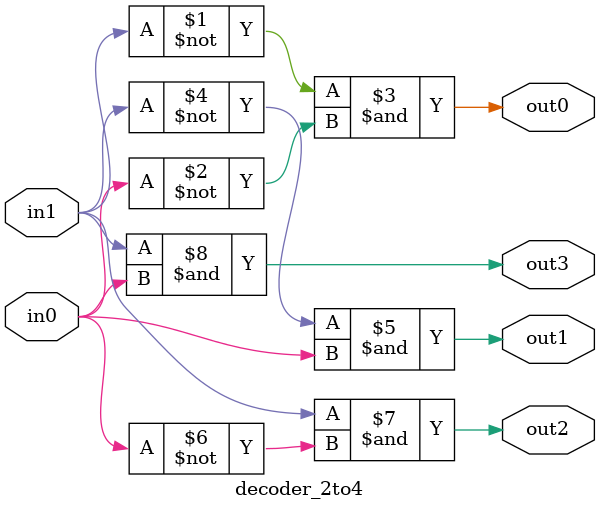
<source format=v>
`timescale 1ns / 1ps
module decoder_2to4 (in0,in1,out0,out1,out2,out3);
input in0,in1;
output out0,out1,out2,out3;

assign out0 = (~in1)&(~in0);
assign out1 = (~in1)&(in0);
assign out2 = (in1)&(~in0);
assign out3 = (in1)&(in0);

endmodule

</source>
